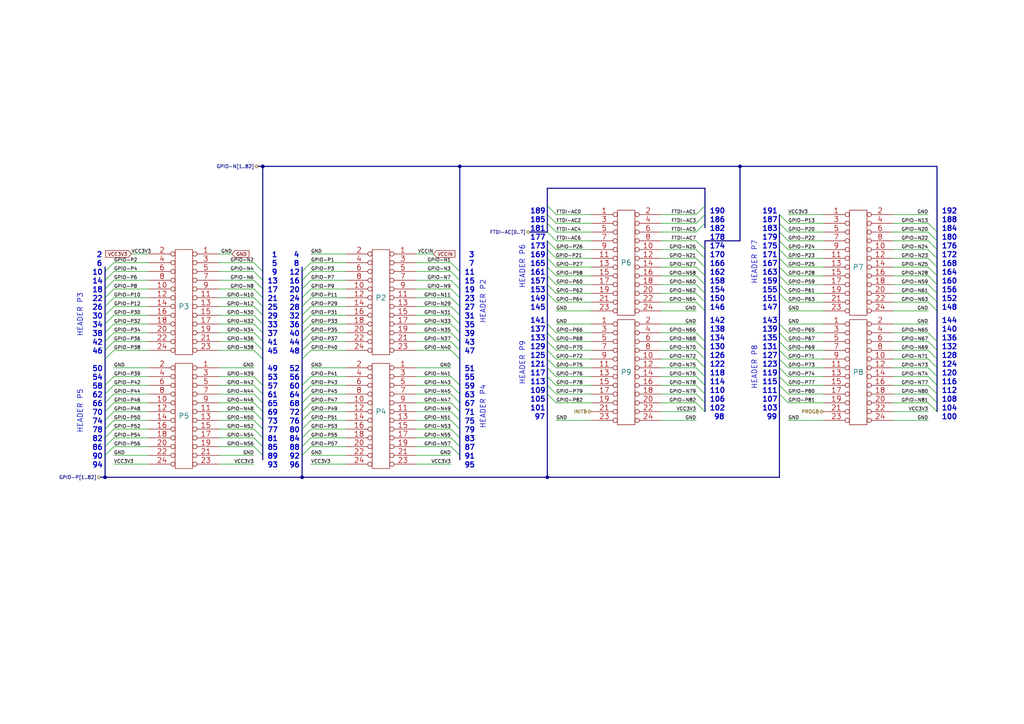
<source format=kicad_sch>
(kicad_sch (version 20250114) (generator "eeschema") (generator_version "9.0")
  (paper "A4")
  (title_block (title "SATURN SPARTAN6 FPGA MODULE") (date "15 apr 2014") (company "Numato Lab") (comment 1 "http://www.numato.com") (comment 2 "License: CC BY-SA"))
  (text "141" (at 153.67 93.98 0) (effects (font (size 1.4986 1.4986) (thickness 0.2997) (bold yes)) (justify left bottom)))
  (text "129" (at 153.67 101.6 0) (effects (font (size 1.4986 1.4986) (thickness 0.2997) (bold yes)) (justify left bottom)))
  (text "54" (at 26.67 110.49 0) (effects (font (size 1.4986 1.4986) (thickness 0.2997) (bold yes)) (justify left bottom)))
  (text "50" (at 26.67 107.95 0) (effects (font (size 1.4986 1.4986) (thickness 0.2997) (bold yes)) (justify left bottom)))
  (text "97" (at 154.94 121.92 0) (effects (font (size 1.4986 1.4986) (thickness 0.2997) (bold yes)) (justify left bottom)))
  (text "132" (at 273.05 101.6 0) (effects (font (size 1.4986 1.4986) (thickness 0.2997) (bold yes)) (justify left bottom)))
  (text "116" (at 273.05 111.76 0) (effects (font (size 1.4986 1.4986) (thickness 0.2997) (bold yes)) (justify left bottom)))
  (text "112" (at 273.05 114.3 0) (effects (font (size 1.4986 1.4986) (thickness 0.2997) (bold yes)) (justify left bottom)))
  (text "98" (at 207.01 121.92 0) (effects (font (size 1.4986 1.4986) (thickness 0.2997) (bold yes)) (justify left bottom)))
  (text "184" (at 273.05 67.31 0) (effects (font (size 1.4986 1.4986) (thickness 0.2997) (bold yes)) (justify left bottom)))
  (text "150" (at 205.74 87.63 0) (effects (font (size 1.4986 1.4986) (thickness 0.2997) (bold yes)) (justify left bottom)))
  (text "49" (at 77.47 107.95 0) (effects (font (size 1.4986 1.4986) (thickness 0.2997) (bold yes)) (justify left bottom)))
  (text "187" (at 220.98 64.77 0) (effects (font (size 1.4986 1.4986) (thickness 0.2997) (bold yes)) (justify left bottom)))
  (text "36" (at 83.82 95.25 0) (effects (font (size 1.4986 1.4986) (thickness 0.2997) (bold yes)) (justify left bottom)))
  (text "22" (at 26.67 87.63 0) (effects (font (size 1.4986 1.4986) (thickness 0.2997) (bold yes)) (justify left bottom)))
  (text "66" (at 26.67 118.11 0) (effects (font (size 1.4986 1.4986) (thickness 0.2997) (bold yes)) (justify left bottom)))
  (text "139" (at 220.98 96.52 0) (effects (font (size 1.4986 1.4986) (thickness 0.2997) (bold yes)) (justify left bottom)))
  (text "115" (at 220.98 111.76 0) (effects (font (size 1.4986 1.4986) (thickness 0.2997) (bold yes)) (justify left bottom)))
  (text "100" (at 273.05 121.92 0) (effects (font (size 1.4986 1.4986) (thickness 0.2997) (bold yes)) (justify left bottom)))
  (text "56" (at 83.82 110.49 0) (effects (font (size 1.4986 1.4986) (thickness 0.2997) (bold yes)) (justify left bottom)))
  (text "127" (at 220.98 104.14 0) (effects (font (size 1.4986 1.4986) (thickness 0.2997) (bold yes)) (justify left bottom)))
  (text "111" (at 220.98 114.3 0) (effects (font (size 1.4986 1.4986) (thickness 0.2997) (bold yes)) (justify left bottom)))
  (text "179" (at 220.98 69.85 0) (effects (font (size 1.4986 1.4986) (thickness 0.2997) (bold yes)) (justify left bottom)))
  (text "10" (at 26.67 80.01 0) (effects (font (size 1.4986 1.4986) (thickness 0.2997) (bold yes)) (justify left bottom)))
  (text "120" (at 273.05 109.22 0) (effects (font (size 1.4986 1.4986) (thickness 0.2997) (bold yes)) (justify left bottom)))
  (text "68" (at 83.82 118.11 0) (effects (font (size 1.4986 1.4986) (thickness 0.2997) (bold yes)) (justify left bottom)))
  (text "29" (at 77.47 92.71 0) (effects (font (size 1.4986 1.4986) (thickness 0.2997) (bold yes)) (justify left bottom)))
  (text "20" (at 83.82 85.09 0) (effects (font (size 1.4986 1.4986) (thickness 0.2997) (bold yes)) (justify left bottom)))
  (text "175" (at 220.98 72.39 0) (effects (font (size 1.4986 1.4986) (thickness 0.2997) (bold yes)) (justify left bottom)))
  (text "4" (at 85.09 74.93 0) (effects (font (size 1.4986 1.4986) (thickness 0.2997) (bold yes)) (justify left bottom)))
  (text "42" (at 26.67 100.33 0) (effects (font (size 1.4986 1.4986) (thickness 0.2997) (bold yes)) (justify left bottom)))
  (text "183" (at 220.98 67.31 0) (effects (font (size 1.4986 1.4986) (thickness 0.2997) (bold yes)) (justify left bottom)))
  (text "2" (at 27.94 74.93 0) (effects (font (size 1.4986 1.4986) (thickness 0.2997) (bold yes)) (justify left bottom)))
  (text "180" (at 273.05 69.85 0) (effects (font (size 1.4986 1.4986) (thickness 0.2997) (bold yes)) (justify left bottom)))
  (text "162" (at 205.74 80.01 0) (effects (font (size 1.4986 1.4986) (thickness 0.2997) (bold yes)) (justify left bottom)))
  (text "154" (at 205.74 85.09 0) (effects (font (size 1.4986 1.4986) (thickness 0.2997) (bold yes)) (justify left bottom)))
  (text "7" (at 135.89 77.47 0) (effects (font (size 1.4986 1.4986) (thickness 0.2997) (bold yes)) (justify left bottom)))
  (text "134" (at 205.74 99.06 0) (effects (font (size 1.4986 1.4986) (thickness 0.2997) (bold yes)) (justify left bottom)))
  (text "192" (at 273.05 62.23 0) (effects (font (size 1.4986 1.4986) (thickness 0.2997) (bold yes)) (justify left bottom)))
  (text "71" (at 134.62 120.65 0) (effects (font (size 1.4986 1.4986) (thickness 0.2997) (bold yes)) (justify left bottom)))
  (text "45" (at 77.47 102.87 0) (effects (font (size 1.4986 1.4986) (thickness 0.2997) (bold yes)) (justify left bottom)))
  (text "157" (at 153.67 82.55 0) (effects (font (size 1.4986 1.4986) (thickness 0.2997) (bold yes)) (justify left bottom)))
  (text "155" (at 220.98 85.09 0) (effects (font (size 1.4986 1.4986) (thickness 0.2997) (bold yes)) (justify left bottom)))
  (text "75" (at 134.62 123.19 0) (effects (font (size 1.4986 1.4986) (thickness 0.2997) (bold yes)) (justify left bottom)))
  (text "14" (at 26.67 82.55 0) (effects (font (size 1.4986 1.4986) (thickness 0.2997) (bold yes)) (justify left bottom)))
  (text "26" (at 26.67 90.17 0) (effects (font (size 1.4986 1.4986) (thickness 0.2997) (bold yes)) (justify left bottom)))
  (text "113" (at 153.67 111.76 0) (effects (font (size 1.4986 1.4986) (thickness 0.2997) (bold yes)) (justify left bottom)))
  (text "101" (at 153.67 119.38 0) (effects (font (size 1.4986 1.4986) (thickness 0.2997) (bold yes)) (justify left bottom)))
  (text "148" (at 273.05 90.17 0) (effects (font (size 1.4986 1.4986) (thickness 0.2997) (bold yes)) (justify left bottom)))
  (text "81" (at 77.47 128.27 0) (effects (font (size 1.4986 1.4986) (thickness 0.2997) (bold yes)) (justify left bottom)))
  (text "93" (at 77.47 135.89 0) (effects (font (size 1.4986 1.4986) (thickness 0.2997) (bold yes)) (justify left bottom)))
  (text "105" (at 153.67 116.84 0) (effects (font (size 1.4986 1.4986) (thickness 0.2997) (bold yes)) (justify left bottom)))
  (text "HEADER P7" (at 219.71 82.55 90) (effects (font (size 1.4986 1.4986)) (justify left bottom)))
  (text "94" (at 26.67 135.89 0) (effects (font (size 1.4986 1.4986) (thickness 0.2997) (bold yes)) (justify left bottom)))
  (text "128" (at 273.05 104.14 0) (effects (font (size 1.4986 1.4986) (thickness 0.2997) (bold yes)) (justify left bottom)))
  (text "176" (at 273.05 72.39 0) (effects (font (size 1.4986 1.4986) (thickness 0.2997) (bold yes)) (justify left bottom)))
  (text "89" (at 77.47 133.35 0) (effects (font (size 1.4986 1.4986) (thickness 0.2997) (bold yes)) (justify left bottom)))
  (text "189" (at 153.67 62.23 0) (effects (font (size 1.4986 1.4986) (thickness 0.2997) (bold yes)) (justify left bottom)))
  (text "163" (at 220.98 80.01 0) (effects (font (size 1.4986 1.4986) (thickness 0.2997) (bold yes)) (justify left bottom)))
  (text "107" (at 220.98 116.84 0) (effects (font (size 1.4986 1.4986) (thickness 0.2997) (bold yes)) (justify left bottom)))
  (text "27" (at 134.62 90.17 0) (effects (font (size 1.4986 1.4986) (thickness 0.2997) (bold yes)) (justify left bottom)))
  (text "91" (at 134.62 133.35 0) (effects (font (size 1.4986 1.4986) (thickness 0.2997) (bold yes)) (justify left bottom)))
  (text "143" (at 220.98 93.98 0) (effects (font (size 1.4986 1.4986) (thickness 0.2997) (bold yes)) (justify left bottom)))
  (text "19" (at 134.62 85.09 0) (effects (font (size 1.4986 1.4986) (thickness 0.2997) (bold yes)) (justify left bottom)))
  (text "67" (at 134.62 118.11 0) (effects (font (size 1.4986 1.4986) (thickness 0.2997) (bold yes)) (justify left bottom)))
  (text "123" (at 220.98 106.68 0) (effects (font (size 1.4986 1.4986) (thickness 0.2997) (bold yes)) (justify left bottom)))
  (text "174" (at 205.74 72.39 0) (effects (font (size 1.4986 1.4986) (thickness 0.2997) (bold yes)) (justify left bottom)))
  (text "HEADER P9" (at 152.4 111.76 90) (effects (font (size 1.4986 1.4986)) (justify left bottom)))
  (text "190" (at 205.74 62.23 0) (effects (font (size 1.4986 1.4986) (thickness 0.2997) (bold yes)) (justify left bottom)))
  (text "84" (at 83.82 128.27 0) (effects (font (size 1.4986 1.4986) (thickness 0.2997) (bold yes)) (justify left bottom)))
  (text "104" (at 273.05 119.38 0) (effects (font (size 1.4986 1.4986) (thickness 0.2997) (bold yes)) (justify left bottom)))
  (text "25" (at 77.47 90.17 0) (effects (font (size 1.4986 1.4986) (thickness 0.2997) (bold yes)) (justify left bottom)))
  (text "64" (at 83.82 115.57 0) (effects (font (size 1.4986 1.4986) (thickness 0.2997) (bold yes)) (justify left bottom)))
  (text "168" (at 273.05 77.47 0) (effects (font (size 1.4986 1.4986) (thickness 0.2997) (bold yes)) (justify left bottom)))
  (text "HEADER P3" (at 24.13 97.79 90) (effects (font (size 1.4986 1.4986)) (justify left bottom)))
  (text "191" (at 220.98 62.23 0) (effects (font (size 1.4986 1.4986) (thickness 0.2997) (bold yes)) (justify left bottom)))
  (text "186" (at 205.74 64.77 0) (effects (font (size 1.4986 1.4986) (thickness 0.2997) (bold yes)) (justify left bottom)))
  (text "51" (at 134.62 107.95 0) (effects (font (size 1.4986 1.4986) (thickness 0.2997) (bold yes)) (justify left bottom)))
  (text "44" (at 83.82 100.33 0) (effects (font (size 1.4986 1.4986) (thickness 0.2997) (bold yes)) (justify left bottom)))
  (text "37" (at 77.47 97.79 0) (effects (font (size 1.4986 1.4986) (thickness 0.2997) (bold yes)) (justify left bottom)))
  (text "HEADER P2" (at 140.97 93.98 90) (effects (font (size 1.4986 1.4986)) (justify left bottom)))
  (text "38" (at 26.67 97.79 0) (effects (font (size 1.4986 1.4986) (thickness 0.2997) (bold yes)) (justify left bottom)))
  (text "40" (at 83.82 97.79 0) (effects (font (size 1.4986 1.4986) (thickness 0.2997) (bold yes)) (justify left bottom)))
  (text "159" (at 220.98 82.55 0) (effects (font (size 1.4986 1.4986) (thickness 0.2997) (bold yes)) (justify left bottom)))
  (text "60" (at 83.82 113.03 0) (effects (font (size 1.4986 1.4986) (thickness 0.2997) (bold yes)) (justify left bottom)))
  (text "46" (at 26.67 102.87 0) (effects (font (size 1.4986 1.4986) (thickness 0.2997) (bold yes)) (justify left bottom)))
  (text "160" (at 273.05 82.55 0) (effects (font (size 1.4986 1.4986) (thickness 0.2997) (bold yes)) (justify left bottom)))
  (text "138" (at 205.74 96.52 0) (effects (font (size 1.4986 1.4986) (thickness 0.2997) (bold yes)) (justify left bottom)))
  (text "13" (at 77.47 82.55 0) (effects (font (size 1.4986 1.4986) (thickness 0.2997) (bold yes)) (justify left bottom)))
  (text "135" (at 220.98 99.06 0) (effects (font (size 1.4986 1.4986) (thickness 0.2997) (bold yes)) (justify left bottom)))
  (text "119" (at 220.98 109.22 0) (effects (font (size 1.4986 1.4986) (thickness 0.2997) (bold yes)) (justify left bottom)))
  (text "77" (at 77.47 125.73 0) (effects (font (size 1.4986 1.4986) (thickness 0.2997) (bold yes)) (justify left bottom)))
  (text "185" (at 153.67 64.77 0) (effects (font (size 1.4986 1.4986) (thickness 0.2997) (bold yes)) (justify left bottom)))
  (text "109" (at 153.67 114.3 0) (effects (font (size 1.4986 1.4986) (thickness 0.2997) (bold yes)) (justify left bottom)))
  (text "90" (at 26.67 133.35 0) (effects (font (size 1.4986 1.4986) (thickness 0.2997) (bold yes)) (justify left bottom)))
  (text "33" (at 77.47 95.25 0) (effects (font (size 1.4986 1.4986) (thickness 0.2997) (bold yes)) (justify left bottom)))
  (text "70" (at 26.67 120.65 0) (effects (font (size 1.4986 1.4986) (thickness 0.2997) (bold yes)) (justify left bottom)))
  (text "125" (at 153.67 104.14 0) (effects (font (size 1.4986 1.4986) (thickness 0.2997) (bold yes)) (justify left bottom)))
  (text "103" (at 220.98 119.38 0) (effects (font (size 1.4986 1.4986) (thickness 0.2997) (bold yes)) (justify left bottom)))
  (text "124" (at 273.05 106.68 0) (effects (font (size 1.4986 1.4986) (thickness 0.2997) (bold yes)) (justify left bottom)))
  (text "61" (at 77.47 115.57 0) (effects (font (size 1.4986 1.4986) (thickness 0.2997) (bold yes)) (justify left bottom)))
  (text "HEADER P8" (at 219.71 113.03 90) (effects (font (size 1.4986 1.4986)) (justify left bottom)))
  (text "74" (at 26.67 123.19 0) (effects (font (size 1.4986 1.4986) (thickness 0.2997) (bold yes)) (justify left bottom)))
  (text "32" (at 83.82 92.71 0) (effects (font (size 1.4986 1.4986) (thickness 0.2997) (bold yes)) (justify left bottom)))
  (text "146" (at 205.74 90.17 0) (effects (font (size 1.4986 1.4986) (thickness 0.2997) (bold yes)) (justify left bottom)))
  (text "12" (at 83.82 80.01 0) (effects (font (size 1.4986 1.4986) (thickness 0.2997) (bold yes)) (justify left bottom)))
  (text "30" (at 26.67 92.71 0) (effects (font (size 1.4986 1.4986) (thickness 0.2997) (bold yes)) (justify left bottom)))
  (text "117" (at 153.67 109.22 0) (effects (font (size 1.4986 1.4986) (thickness 0.2997) (bold yes)) (justify left bottom)))
  (text "11" (at 134.62 80.01 0) (effects (font (size 1.4986 1.4986) (thickness 0.2997) (bold yes)) (justify left bottom)))
  (text "92" (at 83.82 133.35 0) (effects (font (size 1.4986 1.4986) (thickness 0.2997) (bold yes)) (justify left bottom)))
  (text "173" (at 153.67 72.39 0) (effects (font (size 1.4986 1.4986) (thickness 0.2997) (bold yes)) (justify left bottom)))
  (text "55" (at 134.62 110.49 0) (effects (font (size 1.4986 1.4986) (thickness 0.2997) (bold yes)) (justify left bottom)))
  (text "76" (at 83.82 123.19 0) (effects (font (size 1.4986 1.4986) (thickness 0.2997) (bold yes)) (justify left bottom)))
  (text "145" (at 153.67 90.17 0) (effects (font (size 1.4986 1.4986) (thickness 0.2997) (bold yes)) (justify left bottom)))
  (text "3" (at 135.89 74.93 0) (effects (font (size 1.4986 1.4986) (thickness 0.2997) (bold yes)) (justify left bottom)))
  (text "57" (at 77.47 113.03 0) (effects (font (size 1.4986 1.4986) (thickness 0.2997) (bold yes)) (justify left bottom)))
  (text "43" (at 134.62 100.33 0) (effects (font (size 1.4986 1.4986) (thickness 0.2997) (bold yes)) (justify left bottom)))
  (text "8" (at 85.09 77.47 0) (effects (font (size 1.4986 1.4986) (thickness 0.2997) (bold yes)) (justify left bottom)))
  (text "161" (at 153.67 80.01 0) (effects (font (size 1.4986 1.4986) (thickness 0.2997) (bold yes)) (justify left bottom)))
  (text "34" (at 26.67 95.25 0) (effects (font (size 1.4986 1.4986) (thickness 0.2997) (bold yes)) (justify left bottom)))
  (text "149" (at 153.67 87.63 0) (effects (font (size 1.4986 1.4986) (thickness 0.2997) (bold yes)) (justify left bottom)))
  (text "158" (at 205.74 82.55 0) (effects (font (size 1.4986 1.4986) (thickness 0.2997) (bold yes)) (justify left bottom)))
  (text "137" (at 153.67 96.52 0) (effects (font (size 1.4986 1.4986) (thickness 0.2997) (bold yes)) (justify left bottom)))
  (text "82" (at 26.67 128.27 0) (effects (font (size 1.4986 1.4986) (thickness 0.2997) (bold yes)) (justify left bottom)))
  (text "99" (at 222.25 121.92 0) (effects (font (size 1.4986 1.4986) (thickness 0.2997) (bold yes)) (justify left bottom)))
  (text "80" (at 83.82 125.73 0) (effects (font (size 1.4986 1.4986) (thickness 0.2997) (bold yes)) (justify left bottom)))
  (text "16" (at 83.82 82.55 0) (effects (font (size 1.4986 1.4986) (thickness 0.2997) (bold yes)) (justify left bottom)))
  (text "39" (at 134.62 97.79 0) (effects (font (size 1.4986 1.4986) (thickness 0.2997) (bold yes)) (justify left bottom)))
  (text "164" (at 273.05 80.01 0) (effects (font (size 1.4986 1.4986) (thickness 0.2997) (bold yes)) (justify left bottom)))
  (text "73" (at 77.47 123.19 0) (effects (font (size 1.4986 1.4986) (thickness 0.2997) (bold yes)) (justify left bottom)))
  (text "152" (at 273.05 87.63 0) (effects (font (size 1.4986 1.4986) (thickness 0.2997) (bold yes)) (justify left bottom)))
  (text "23" (at 134.62 87.63 0) (effects (font (size 1.4986 1.4986) (thickness 0.2997) (bold yes)) (justify left bottom)))
  (text "133" (at 153.67 99.06 0) (effects (font (size 1.4986 1.4986) (thickness 0.2997) (bold yes)) (justify left bottom)))
  (text "108" (at 273.05 116.84 0) (effects (font (size 1.4986 1.4986) (thickness 0.2997) (bold yes)) (justify left bottom)))
  (text "48" (at 83.82 102.87 0) (effects (font (size 1.4986 1.4986) (thickness 0.2997) (bold yes)) (justify left bottom)))
  (text "6" (at 27.94 77.47 0) (effects (font (size 1.4986 1.4986) (thickness 0.2997) (bold yes)) (justify left bottom)))
  (text "69" (at 77.47 120.65 0) (effects (font (size 1.4986 1.4986) (thickness 0.2997) (bold yes)) (justify left bottom)))
  (text "31" (at 134.62 92.71 0) (effects (font (size 1.4986 1.4986) (thickness 0.2997) (bold yes)) (justify left bottom)))
  (text "114" (at 205.74 111.76 0) (effects (font (size 1.4986 1.4986) (thickness 0.2997) (bold yes)) (justify left bottom)))
  (text "118" (at 205.74 109.22 0) (effects (font (size 1.4986 1.4986) (thickness 0.2997) (bold yes)) (justify left bottom)))
  (text "151" (at 220.98 87.63 0) (effects (font (size 1.4986 1.4986) (thickness 0.2997) (bold yes)) (justify left bottom)))
  (text "65" (at 77.47 118.11 0) (effects (font (size 1.4986 1.4986) (thickness 0.2997) (bold yes)) (justify left bottom)))
  (text "5" (at 78.74 77.47 0) (effects (font (size 1.4986 1.4986) (thickness 0.2997) (bold yes)) (justify left bottom)))
  (text "15" (at 134.62 82.55 0) (effects (font (size 1.4986 1.4986) (thickness 0.2997) (bold yes)) (justify left bottom)))
  (text "62" (at 26.67 115.57 0) (effects (font (size 1.4986 1.4986) (thickness 0.2997) (bold yes)) (justify left bottom)))
  (text "156" (at 273.05 85.09 0) (effects (font (size 1.4986 1.4986) (thickness 0.2997) (bold yes)) (justify left bottom)))
  (text "9" (at 78.74 80.01 0) (effects (font (size 1.4986 1.4986) (thickness 0.2997) (bold yes)) (justify left bottom)))
  (text "24" (at 83.82 87.63 0) (effects (font (size 1.4986 1.4986) (thickness 0.2997) (bold yes)) (justify left bottom)))
  (text "HEADER P6" (at 152.4 83.82 90) (effects (font (size 1.4986 1.4986)) (justify left bottom)))
  (text "41" (at 77.47 100.33 0) (effects (font (size 1.4986 1.4986) (thickness 0.2997) (bold yes)) (justify left bottom)))
  (text "87" (at 134.62 130.81 0) (effects (font (size 1.4986 1.4986) (thickness 0.2997) (bold yes)) (justify left bottom)))
  (text "53" (at 77.47 110.49 0) (effects (font (size 1.4986 1.4986) (thickness 0.2997) (bold yes)) (justify left bottom)))
  (text "171" (at 220.98 74.93 0) (effects (font (size 1.4986 1.4986) (thickness 0.2997) (bold yes)) (justify left bottom)))
  (text "63" (at 134.62 115.57 0) (effects (font (size 1.4986 1.4986) (thickness 0.2997) (bold yes)) (justify left bottom)))
  (text "HEADER P5" (at 24.13 125.73 90) (effects (font (size 1.4986 1.4986)) (justify left bottom)))
  (text "136" (at 273.05 99.06 0) (effects (font (size 1.4986 1.4986) (thickness 0.2997) (bold yes)) (justify left bottom)))
  (text "130" (at 205.74 101.6 0) (effects (font (size 1.4986 1.4986) (thickness 0.2997) (bold yes)) (justify left bottom)))
  (text "78" (at 26.67 125.73 0) (effects (font (size 1.4986 1.4986) (thickness 0.2997) (bold yes)) (justify left bottom)))
  (text "167" (at 220.98 77.47 0) (effects (font (size 1.4986 1.4986) (thickness 0.2997) (bold yes)) (justify left bottom)))
  (text "131" (at 220.98 101.6 0) (effects (font (size 1.4986 1.4986) (thickness 0.2997) (bold yes)) (justify left bottom)))
  (text "102" (at 205.74 119.38 0) (effects (font (size 1.4986 1.4986) (thickness 0.2997) (bold yes)) (justify left bottom)))
  (text "28" (at 83.82 90.17 0) (effects (font (size 1.4986 1.4986) (thickness 0.2997) (bold yes)) (justify left bottom)))
  (text "110" (at 205.74 114.3 0) (effects (font (size 1.4986 1.4986) (thickness 0.2997) (bold yes)) (justify left bottom)))
  (text "52" (at 83.82 107.95 0) (effects (font (size 1.4986 1.4986) (thickness 0.2997) (bold yes)) (justify left bottom)))
  (text "58" (at 26.67 113.03 0) (effects (font (size 1.4986 1.4986) (thickness 0.2997) (bold yes)) (justify left bottom)))
  (text "165" (at 153.67 77.47 0) (effects (font (size 1.4986 1.4986) (thickness 0.2997) (bold yes)) (justify left bottom)))
  (text "169" (at 153.67 74.93 0) (effects (font (size 1.4986 1.4986) (thickness 0.2997) (bold yes)) (justify left bottom)))
  (text "122" (at 205.74 106.68 0) (effects (font (size 1.4986 1.4986) (thickness 0.2997) (bold yes)) (justify left bottom)))
  (text "144" (at 273.05 93.98 0) (effects (font (size 1.4986 1.4986) (thickness 0.2997) (bold yes)) (justify left bottom)))
  (text "96" (at 83.82 135.89 0) (effects (font (size 1.4986 1.4986) (thickness 0.2997) (bold yes)) (justify left bottom)))
  (text "181" (at 153.67 67.31 0) (effects (font (size 1.4986 1.4986) (thickness 0.2997) (bold yes)) (justify left bottom)))
  (text "79" (at 134.62 125.73 0) (effects (font (size 1.4986 1.4986) (thickness 0.2997) (bold yes)) (justify left bottom)))
  (text "35" (at 134.62 95.25 0) (effects (font (size 1.4986 1.4986) (thickness 0.2997) (bold yes)) (justify left bottom)))
  (text "106" (at 205.74 116.84 0) (effects (font (size 1.4986 1.4986) (thickness 0.2997) (bold yes)) (justify left bottom)))
  (text "88" (at 83.82 130.81 0) (effects (font (size 1.4986 1.4986) (thickness 0.2997) (bold yes)) (justify left bottom)))
  (text "142" (at 205.74 93.98 0) (effects (font (size 1.4986 1.4986) (thickness 0.2997) (bold yes)) (justify left bottom)))
  (text "85" (at 77.47 130.81 0) (effects (font (size 1.4986 1.4986) (thickness 0.2997) (bold yes)) (justify left bottom)))
  (text "17" (at 77.47 85.09 0) (effects (font (size 1.4986 1.4986) (thickness 0.2997) (bold yes)) (justify left bottom)))
  (text "18" (at 26.67 85.09 0) (effects (font (size 1.4986 1.4986) (thickness 0.2997) (bold yes)) (justify left bottom)))
  (text "86" (at 26.67 130.81 0) (effects (font (size 1.4986 1.4986) (thickness 0.2997) (bold yes)) (justify left bottom)))
  (text "147" (at 220.98 90.17 0) (effects (font (size 1.4986 1.4986) (thickness 0.2997) (bold yes)) (justify left bottom)))
  (text "188" (at 273.05 64.77 0) (effects (font (size 1.4986 1.4986) (thickness 0.2997) (bold yes)) (justify left bottom)))
  (text "177" (at 153.67 69.85 0) (effects (font (size 1.4986 1.4986) (thickness 0.2997) (bold yes)) (justify left bottom)))
  (text "HEADER P4" (at 140.97 124.46 90) (effects (font (size 1.4986 1.4986)) (justify left bottom)))
  (text "166" (at 205.74 77.47 0) (effects (font (size 1.4986 1.4986) (thickness 0.2997) (bold yes)) (justify left bottom)))
  (text "121" (at 153.67 106.68 0) (effects (font (size 1.4986 1.4986) (thickness 0.2997) (bold yes)) (justify left bottom)))
  (text "140" (at 273.05 96.52 0) (effects (font (size 1.4986 1.4986) (thickness 0.2997) (bold yes)) (justify left bottom)))
  (text "47" (at 134.62 102.87 0) (effects (font (size 1.4986 1.4986) (thickness 0.2997) (bold yes)) (justify left bottom)))
  (text "95" (at 134.62 135.89 0) (effects (font (size 1.4986 1.4986) (thickness 0.2997) (bold yes)) (justify left bottom)))
  (text "1" (at 78.74 74.93 0) (effects (font (size 1.4986 1.4986) (thickness 0.2997) (bold yes)) (justify left bottom)))
  (text "153" (at 153.67 85.09 0) (effects (font (size 1.4986 1.4986) (thickness 0.2997) (bold yes)) (justify left bottom)))
  (text "126" (at 205.74 104.14 0) (effects (font (size 1.4986 1.4986) (thickness 0.2997) (bold yes)) (justify left bottom)))
  (text "178" (at 205.74 69.85 0) (effects (font (size 1.4986 1.4986) (thickness 0.2997) (bold yes)) (justify left bottom)))
  (text "59" (at 134.62 113.03 0) (effects (font (size 1.4986 1.4986) (thickness 0.2997) (bold yes)) (justify left bottom)))
  (text "83" (at 134.62 128.27 0) (effects (font (size 1.4986 1.4986) (thickness 0.2997) (bold yes)) (justify left bottom)))
  (text "21" (at 77.47 87.63 0) (effects (font (size 1.4986 1.4986) (thickness 0.2997) (bold yes)) (justify left bottom)))
  (text "182" (at 205.74 67.31 0) (effects (font (size 1.4986 1.4986) (thickness 0.2997) (bold yes)) (justify left bottom)))
  (text "72" (at 83.82 120.65 0) (effects (font (size 1.4986 1.4986) (thickness 0.2997) (bold yes)) (justify left bottom)))
  (text "172" (at 273.05 74.93 0) (effects (font (size 1.4986 1.4986) (thickness 0.2997) (bold yes)) (justify left bottom)))
  (text "170" (at 205.74 74.93 0) (effects (font (size 1.4986 1.4986) (thickness 0.2997) (bold yes)) (justify left bottom)))
  (junction (at 30.48 138.43))
  (junction (at 158.75 138.43))
  (junction (at 76.2 48.26))
  (junction (at 87.63 138.43))
  (junction (at 214.63 48.26))
  (junction (at 133.35 48.26))
  (bus_entry (at 158.75 106.68) (size 2.54 2.54))
  (bus_entry (at 87.63 129.54) (size 2.54 -2.54))
  (bus_entry (at 87.63 93.98) (size 2.54 -2.54))
  (bus_entry (at 130.81 114.3) (size 2.54 2.54))
  (bus_entry (at 226.06 101.6) (size 2.54 2.54))
  (bus_entry (at 87.63 83.82) (size 2.54 -2.54))
  (bus_entry (at 226.06 111.76) (size 2.54 2.54))
  (bus_entry (at 269.24 85.09) (size 2.54 2.54))
  (bus_entry (at 201.93 62.23) (size 2.54 -2.54))
  (bus_entry (at 87.63 78.74) (size 2.54 -2.54))
  (bus_entry (at 158.75 96.52) (size 2.54 2.54))
  (bus_entry (at 130.81 86.36) (size 2.54 2.54))
  (bus_entry (at 158.75 67.31) (size 2.54 2.54))
  (bus_entry (at 73.66 76.2) (size 2.54 2.54))
  (bus_entry (at 158.75 114.3) (size 2.54 2.54))
  (bus_entry (at 269.24 64.77) (size 2.54 2.54))
  (bus_entry (at 201.93 99.06) (size 2.54 2.54))
  (bus_entry (at 87.63 99.06) (size 2.54 -2.54))
  (bus_entry (at 201.93 69.85) (size 2.54 2.54))
  (bus_entry (at 201.93 101.6) (size 2.54 2.54))
  (bus_entry (at 30.48 119.38) (size 2.54 -2.54))
  (bus_entry (at 158.75 85.09) (size 2.54 2.54))
  (bus_entry (at 73.66 93.98) (size 2.54 2.54))
  (bus_entry (at 226.06 82.55) (size 2.54 2.54))
  (bus_entry (at 73.66 116.84) (size 2.54 2.54))
  (bus_entry (at 226.06 106.68) (size 2.54 2.54))
  (bus_entry (at 201.93 67.31) (size 2.54 -2.54))
  (bus_entry (at 201.93 116.84) (size 2.54 2.54))
  (bus_entry (at 269.24 111.76) (size 2.54 2.54))
  (bus_entry (at 158.75 111.76) (size 2.54 2.54))
  (bus_entry (at 130.81 78.74) (size 2.54 2.54))
  (bus_entry (at 87.63 91.44) (size 2.54 -2.54))
  (bus_entry (at 73.66 109.22) (size 2.54 2.54))
  (bus_entry (at 269.24 109.22) (size 2.54 2.54))
  (bus_entry (at 30.48 93.98) (size 2.54 -2.54))
  (bus_entry (at 30.48 114.3) (size 2.54 -2.54))
  (bus_entry (at 226.06 85.09) (size 2.54 2.54))
  (bus_entry (at 269.24 69.85) (size 2.54 2.54))
  (bus_entry (at 201.93 64.77) (size 2.54 -2.54))
  (bus_entry (at 87.63 86.36) (size 2.54 -2.54))
  (bus_entry (at 130.81 124.46) (size 2.54 2.54))
  (bus_entry (at 158.75 59.69) (size 2.54 2.54))
  (bus_entry (at 201.93 109.22) (size 2.54 2.54))
  (bus_entry (at 30.48 121.92) (size 2.54 -2.54))
  (bus_entry (at 30.48 116.84) (size 2.54 -2.54))
  (bus_entry (at 130.81 127) (size 2.54 2.54))
  (bus_entry (at 87.63 127) (size 2.54 -2.54))
  (bus_entry (at 130.81 99.06) (size 2.54 2.54))
  (bus_entry (at 30.48 124.46) (size 2.54 -2.54))
  (bus_entry (at 201.93 114.3) (size 2.54 2.54))
  (bus_entry (at 158.75 101.6) (size 2.54 2.54))
  (bus_entry (at 226.06 72.39) (size 2.54 2.54))
  (bus_entry (at 30.48 78.74) (size 2.54 -2.54))
  (bus_entry (at 201.93 104.14) (size 2.54 2.54))
  (bus_entry (at 269.24 106.68) (size 2.54 2.54))
  (bus_entry (at 158.75 72.39) (size 2.54 2.54))
  (bus_entry (at 269.24 96.52) (size 2.54 2.54))
  (bus_entry (at 226.06 74.93) (size 2.54 2.54))
  (bus_entry (at 201.93 96.52) (size 2.54 2.54))
  (bus_entry (at 73.66 86.36) (size 2.54 2.54))
  (bus_entry (at 73.66 96.52) (size 2.54 2.54))
  (bus_entry (at 30.48 91.44) (size 2.54 -2.54))
  (bus_entry (at 130.81 109.22) (size 2.54 2.54))
  (bus_entry (at 269.24 67.31) (size 2.54 2.54))
  (bus_entry (at 87.63 111.76) (size 2.54 -2.54))
  (bus_entry (at 130.81 81.28) (size 2.54 2.54))
  (bus_entry (at 158.75 62.23) (size 2.54 2.54))
  (bus_entry (at 269.24 99.06) (size 2.54 2.54))
  (bus_entry (at 30.48 104.14) (size 2.54 -2.54))
  (bus_entry (at 30.48 129.54) (size 2.54 -2.54))
  (bus_entry (at 130.81 91.44) (size 2.54 2.54))
  (bus_entry (at 201.93 82.55) (size 2.54 2.54))
  (bus_entry (at 130.81 101.6) (size 2.54 2.54))
  (bus_entry (at 158.75 74.93) (size 2.54 2.54))
  (bus_entry (at 201.93 87.63) (size 2.54 2.54))
  (bus_entry (at 73.66 124.46) (size 2.54 2.54))
  (bus_entry (at 158.75 109.22) (size 2.54 2.54))
  (bus_entry (at 87.63 114.3) (size 2.54 -2.54))
  (bus_entry (at 30.48 88.9) (size 2.54 -2.54))
  (bus_entry (at 73.66 121.92) (size 2.54 2.54))
  (bus_entry (at 269.24 101.6) (size 2.54 2.54))
  (bus_entry (at 30.48 127) (size 2.54 -2.54))
  (bus_entry (at 87.63 119.38) (size 2.54 -2.54))
  (bus_entry (at 158.75 64.77) (size 2.54 2.54))
  (bus_entry (at 73.66 101.6) (size 2.54 2.54))
  (bus_entry (at 73.66 83.82) (size 2.54 2.54))
  (bus_entry (at 130.81 111.76) (size 2.54 2.54))
  (bus_entry (at 269.24 82.55) (size 2.54 2.54))
  (bus_entry (at 30.48 83.82) (size 2.54 -2.54))
  (bus_entry (at 158.75 82.55) (size 2.54 2.54))
  (bus_entry (at 158.75 99.06) (size 2.54 2.54))
  (bus_entry (at 226.06 69.85) (size 2.54 2.54))
  (bus_entry (at 226.06 93.98) (size 2.54 2.54))
  (bus_entry (at 269.24 80.01) (size 2.54 2.54))
  (bus_entry (at 158.75 93.98) (size 2.54 2.54))
  (bus_entry (at 269.24 87.63) (size 2.54 2.54))
  (bus_entry (at 30.48 86.36) (size 2.54 -2.54))
  (bus_entry (at 30.48 132.08) (size 2.54 -2.54))
  (bus_entry (at 226.06 77.47) (size 2.54 2.54))
  (bus_entry (at 269.24 116.84) (size 2.54 2.54))
  (bus_entry (at 87.63 121.92) (size 2.54 -2.54))
  (bus_entry (at 158.75 69.85) (size 2.54 2.54))
  (bus_entry (at 269.24 72.39) (size 2.54 2.54))
  (bus_entry (at 73.66 119.38) (size 2.54 2.54))
  (bus_entry (at 73.66 99.06) (size 2.54 2.54))
  (bus_entry (at 73.66 88.9) (size 2.54 2.54))
  (bus_entry (at 73.66 81.28) (size 2.54 2.54))
  (bus_entry (at 158.75 80.01) (size 2.54 2.54))
  (bus_entry (at 226.06 99.06) (size 2.54 2.54))
  (bus_entry (at 130.81 119.38) (size 2.54 2.54))
  (bus_entry (at 201.93 85.09) (size 2.54 2.54))
  (bus_entry (at 130.81 129.54) (size 2.54 2.54))
  (bus_entry (at 226.06 109.22) (size 2.54 2.54))
  (bus_entry (at 269.24 114.3) (size 2.54 2.54))
  (bus_entry (at 130.81 96.52) (size 2.54 2.54))
  (bus_entry (at 73.66 78.74) (size 2.54 2.54))
  (bus_entry (at 158.75 77.47) (size 2.54 2.54))
  (bus_entry (at 158.75 104.14) (size 2.54 2.54))
  (bus_entry (at 226.06 114.3) (size 2.54 2.54))
  (bus_entry (at 226.06 96.52) (size 2.54 2.54))
  (bus_entry (at 226.06 64.77) (size 2.54 2.54))
  (bus_entry (at 226.06 67.31) (size 2.54 2.54))
  (bus_entry (at 201.93 80.01) (size 2.54 2.54))
  (bus_entry (at 30.48 101.6) (size 2.54 -2.54))
  (bus_entry (at 130.81 83.82) (size 2.54 2.54))
  (bus_entry (at 30.48 96.52) (size 2.54 -2.54))
  (bus_entry (at 130.81 121.92) (size 2.54 2.54))
  (bus_entry (at 30.48 99.06) (size 2.54 -2.54))
  (bus_entry (at 87.63 124.46) (size 2.54 -2.54))
  (bus_entry (at 201.93 74.93) (size 2.54 2.54))
  (bus_entry (at 226.06 104.14) (size 2.54 2.54))
  (bus_entry (at 30.48 111.76) (size 2.54 -2.54))
  (bus_entry (at 130.81 76.2) (size 2.54 2.54))
  (bus_entry (at 73.66 91.44) (size 2.54 2.54))
  (bus_entry (at 201.93 72.39) (size 2.54 2.54))
  (bus_entry (at 130.81 88.9) (size 2.54 2.54))
  (bus_entry (at 201.93 111.76) (size 2.54 2.54))
  (bus_entry (at 269.24 104.14) (size 2.54 2.54))
  (bus_entry (at 87.63 88.9) (size 2.54 -2.54))
  (bus_entry (at 73.66 114.3) (size 2.54 2.54))
  (bus_entry (at 130.81 116.84) (size 2.54 2.54))
  (bus_entry (at 201.93 106.68) (size 2.54 2.54))
  (bus_entry (at 30.48 81.28) (size 2.54 -2.54))
  (bus_entry (at 87.63 104.14) (size 2.54 -2.54))
  (bus_entry (at 201.93 77.47) (size 2.54 2.54))
  (bus_entry (at 226.06 80.01) (size 2.54 2.54))
  (bus_entry (at 73.66 129.54) (size 2.54 2.54))
  (bus_entry (at 269.24 74.93) (size 2.54 2.54))
  (bus_entry (at 226.06 62.23) (size 2.54 2.54))
  (bus_entry (at 269.24 77.47) (size 2.54 2.54))
  (bus_entry (at 73.66 127) (size 2.54 2.54))
  (bus_entry (at 87.63 132.08) (size 2.54 -2.54))
  (bus_entry (at 87.63 81.28) (size 2.54 -2.54))
  (bus_entry (at 130.81 93.98) (size 2.54 2.54))
  (bus_entry (at 87.63 96.52) (size 2.54 -2.54))
  (bus_entry (at 87.63 116.84) (size 2.54 -2.54))
  (bus_entry (at 73.66 111.76) (size 2.54 2.54))
  (bus_entry (at 87.63 101.6) (size 2.54 -2.54))
  (bus (pts (xy 30.48 116.84) (xy 30.48 119.38)))
  (wire (pts (xy 43.18 88.9) (xy 33.02 88.9)))
  (wire (pts (xy 43.18 119.38) (xy 33.02 119.38)))
  (wire (pts (xy 201.93 121.92) (xy 191.77 121.92)))
  (wire (pts (xy 43.18 91.44) (xy 33.02 91.44)))
  (wire (pts (xy 100.33 76.2) (xy 90.17 76.2)))
  (wire (pts (xy 73.66 109.22) (xy 63.5 109.22)))
  (wire (pts (xy 269.24 99.06) (xy 259.08 99.06)))
  (wire (pts (xy 201.93 72.39) (xy 191.77 72.39)))
  (bus (pts (xy 87.63 116.84) (xy 87.63 114.3)))
  (wire (pts (xy 171.45 109.22) (xy 161.29 109.22)))
  (bus (pts (xy 158.75 96.52) (xy 158.75 93.98)))
  (wire (pts (xy 43.18 106.68) (xy 33.02 106.68)))
  (wire (pts (xy 130.81 129.54) (xy 120.65 129.54)))
  (wire (pts (xy 43.18 109.22) (xy 33.02 109.22)))
  (wire (pts (xy 100.33 127) (xy 90.17 127)))
  (bus (pts (xy 204.47 72.39) (xy 204.47 69.85)))
  (wire (pts (xy 238.76 90.17) (xy 228.6 90.17)))
  (bus (pts (xy 76.2 99.06) (xy 76.2 101.6)))
  (wire (pts (xy 125.73 73.66) (xy 120.65 73.66)))
  (wire (pts (xy 269.24 72.39) (xy 259.08 72.39)))
  (bus (pts (xy 158.75 138.43) (xy 158.75 114.3)))
  (wire (pts (xy 130.81 114.3) (xy 120.65 114.3)))
  (bus (pts (xy 87.63 124.46) (xy 87.63 121.92)))
  (bus (pts (xy 76.2 83.82) (xy 76.2 86.36)))
  (bus (pts (xy 76.2 114.3) (xy 76.2 116.84)))
  (wire (pts (xy 171.45 101.6) (xy 161.29 101.6)))
  (wire (pts (xy 73.66 76.2) (xy 63.5 76.2)))
  (wire (pts (xy 269.24 74.93) (xy 259.08 74.93)))
  (wire (pts (xy 100.33 129.54) (xy 90.17 129.54)))
  (bus (pts (xy 87.63 138.43) (xy 158.75 138.43)))
  (bus (pts (xy 76.2 101.6) (xy 76.2 104.14)))
  (bus (pts (xy 133.35 129.54) (xy 133.35 132.08)))
  (bus (pts (xy 271.78 101.6) (xy 271.78 104.14)))
  (wire (pts (xy 100.33 132.08) (xy 90.17 132.08)))
  (bus (pts (xy 226.06 93.98) (xy 226.06 85.09)))
  (bus (pts (xy 74.93 48.26) (xy 76.2 48.26)))
  (bus (pts (xy 271.78 90.17) (xy 271.78 99.06)))
  (bus (pts (xy 158.75 99.06) (xy 158.75 96.52)))
  (bus (pts (xy 76.2 132.08) (xy 76.2 133.35)))
  (wire (pts (xy 201.93 67.31) (xy 191.77 67.31)))
  (bus (pts (xy 30.48 77.47) (xy 30.48 78.74)))
  (bus (pts (xy 271.78 106.68) (xy 271.78 109.22)))
  (wire (pts (xy 43.18 76.2) (xy 33.02 76.2)))
  (wire (pts (xy 43.18 81.28) (xy 33.02 81.28)))
  (wire (pts (xy 100.33 109.22) (xy 90.17 109.22)))
  (bus (pts (xy 133.35 114.3) (xy 133.35 116.84)))
  (bus (pts (xy 153.67 67.31) (xy 158.75 67.31)))
  (bus (pts (xy 76.2 91.44) (xy 76.2 93.98)))
  (bus (pts (xy 271.78 104.14) (xy 271.78 106.68)))
  (wire (pts (xy 43.18 73.66) (xy 38.1 73.66)))
  (bus (pts (xy 158.75 138.43) (xy 226.06 138.43)))
  (bus (pts (xy 87.63 91.44) (xy 87.63 88.9)))
  (bus (pts (xy 133.35 81.28) (xy 133.35 83.82)))
  (bus (pts (xy 76.2 129.54) (xy 76.2 132.08)))
  (wire (pts (xy 130.81 93.98) (xy 120.65 93.98)))
  (wire (pts (xy 269.24 119.38) (xy 259.08 119.38)))
  (bus (pts (xy 87.63 132.08) (xy 87.63 129.54)))
  (wire (pts (xy 130.81 91.44) (xy 120.65 91.44)))
  (bus (pts (xy 133.35 48.26) (xy 133.35 78.74)))
  (wire (pts (xy 171.45 72.39) (xy 161.29 72.39)))
  (bus (pts (xy 30.48 96.52) (xy 30.48 99.06)))
  (bus (pts (xy 30.48 138.43) (xy 87.63 138.43)))
  (bus (pts (xy 30.48 124.46) (xy 30.48 127)))
  (bus (pts (xy 204.47 59.69) (xy 204.47 62.23)))
  (wire (pts (xy 100.33 73.66) (xy 90.17 73.66)))
  (wire (pts (xy 43.18 116.84) (xy 33.02 116.84)))
  (bus (pts (xy 133.35 101.6) (xy 133.35 104.14)))
  (bus (pts (xy 76.2 119.38) (xy 76.2 121.92)))
  (bus (pts (xy 204.47 99.06) (xy 204.47 90.17)))
  (wire (pts (xy 269.24 90.17) (xy 259.08 90.17)))
  (bus (pts (xy 204.47 87.63) (xy 204.47 85.09)))
  (wire (pts (xy 43.18 86.36) (xy 33.02 86.36)))
  (wire (pts (xy 73.66 114.3) (xy 63.5 114.3)))
  (bus (pts (xy 30.48 93.98) (xy 30.48 96.52)))
  (wire (pts (xy 73.66 83.82) (xy 63.5 83.82)))
  (bus (pts (xy 133.35 93.98) (xy 133.35 96.52)))
  (wire (pts (xy 171.45 77.47) (xy 161.29 77.47)))
  (wire (pts (xy 171.45 99.06) (xy 161.29 99.06)))
  (wire (pts (xy 171.45 96.52) (xy 161.29 96.52)))
  (bus (pts (xy 87.63 104.14) (xy 87.63 101.6)))
  (wire (pts (xy 43.18 99.06) (xy 33.02 99.06)))
  (wire (pts (xy 73.66 129.54) (xy 63.5 129.54)))
  (bus (pts (xy 30.48 111.76) (xy 30.48 114.3)))
  (wire (pts (xy 100.33 116.84) (xy 90.17 116.84)))
  (wire (pts (xy 130.81 101.6) (xy 120.65 101.6)))
  (bus (pts (xy 226.06 109.22) (xy 226.06 106.68)))
  (bus (pts (xy 133.35 132.08) (xy 133.35 133.35)))
  (bus (pts (xy 158.75 72.39) (xy 158.75 69.85)))
  (wire (pts (xy 201.93 87.63) (xy 191.77 87.63)))
  (bus (pts (xy 158.75 101.6) (xy 158.75 99.06)))
  (bus (pts (xy 87.63 138.43) (xy 87.63 132.08)))
  (bus (pts (xy 204.47 106.68) (xy 204.47 104.14)))
  (bus (pts (xy 226.06 106.68) (xy 226.06 104.14)))
  (wire (pts (xy 100.33 86.36) (xy 90.17 86.36)))
  (bus (pts (xy 158.75 106.68) (xy 158.75 104.14)))
  (bus (pts (xy 271.78 116.84) (xy 271.78 119.38)))
  (wire (pts (xy 73.66 116.84) (xy 63.5 116.84)))
  (wire (pts (xy 130.81 96.52) (xy 120.65 96.52)))
  (bus (pts (xy 226.06 96.52) (xy 226.06 93.98)))
  (wire (pts (xy 238.76 67.31) (xy 228.6 67.31)))
  (bus (pts (xy 204.47 64.77) (xy 204.47 66.04)))
  (wire (pts (xy 269.24 62.23) (xy 259.08 62.23)))
  (bus (pts (xy 76.2 88.9) (xy 76.2 91.44)))
  (bus (pts (xy 87.63 114.3) (xy 87.63 111.76)))
  (bus (pts (xy 30.48 101.6) (xy 30.48 104.14)))
  (wire (pts (xy 201.93 80.01) (xy 191.77 80.01)))
  (bus (pts (xy 133.35 119.38) (xy 133.35 121.92)))
  (wire (pts (xy 73.66 99.06) (xy 63.5 99.06)))
  (wire (pts (xy 269.24 93.98) (xy 259.08 93.98)))
  (bus (pts (xy 30.48 86.36) (xy 30.48 88.9)))
  (bus (pts (xy 226.06 85.09) (xy 226.06 82.55)))
  (wire (pts (xy 43.18 114.3) (xy 33.02 114.3)))
  (wire (pts (xy 100.33 93.98) (xy 90.17 93.98)))
  (wire (pts (xy 73.66 81.28) (xy 63.5 81.28)))
  (bus (pts (xy 87.63 78.74) (xy 87.63 77.47)))
  (wire (pts (xy 43.18 78.74) (xy 33.02 78.74)))
  (bus (pts (xy 133.35 48.26) (xy 214.63 48.26)))
  (bus (pts (xy 204.47 114.3) (xy 204.47 111.76)))
  (bus (pts (xy 30.48 129.54) (xy 30.48 132.08)))
  (bus (pts (xy 133.35 111.76) (xy 133.35 114.3)))
  (wire (pts (xy 100.33 111.76) (xy 90.17 111.76)))
  (wire (pts (xy 67.31 73.66) (xy 63.5 73.66)))
  (bus (pts (xy 87.63 99.06) (xy 87.63 96.52)))
  (wire (pts (xy 100.33 101.6) (xy 90.17 101.6)))
  (wire (pts (xy 73.66 93.98) (xy 63.5 93.98)))
  (wire (pts (xy 269.24 104.14) (xy 259.08 104.14)))
  (bus (pts (xy 133.35 104.14) (xy 133.35 111.76)))
  (wire (pts (xy 130.81 78.74) (xy 120.65 78.74)))
  (bus (pts (xy 30.48 78.74) (xy 30.48 81.28)))
  (wire (pts (xy 269.24 77.47) (xy 259.08 77.47)))
  (bus (pts (xy 30.48 132.08) (xy 30.48 138.43)))
  (bus (pts (xy 226.06 104.14) (xy 226.06 101.6)))
  (bus (pts (xy 30.48 104.14) (xy 30.48 111.76)))
  (wire (pts (xy 130.81 99.06) (xy 120.65 99.06)))
  (wire (pts (xy 73.66 134.62) (xy 63.5 134.62)))
  (bus (pts (xy 158.75 74.93) (xy 158.75 72.39)))
  (bus (pts (xy 76.2 86.36) (xy 76.2 88.9)))
  (wire (pts (xy 43.18 129.54) (xy 33.02 129.54)))
  (wire (pts (xy 238.76 87.63) (xy 228.6 87.63)))
  (bus (pts (xy 133.35 116.84) (xy 133.35 119.38)))
  (bus (pts (xy 76.2 116.84) (xy 76.2 119.38)))
  (bus (pts (xy 87.63 119.38) (xy 87.63 116.84)))
  (bus (pts (xy 204.47 90.17) (xy 204.47 87.63)))
  (bus (pts (xy 76.2 96.52) (xy 76.2 99.06)))
  (wire (pts (xy 238.76 93.98) (xy 228.6 93.98)))
  (bus (pts (xy 133.35 86.36) (xy 133.35 88.9)))
  (wire (pts (xy 269.24 67.31) (xy 259.08 67.31)))
  (bus (pts (xy 271.78 109.22) (xy 271.78 111.76)))
  (wire (pts (xy 171.45 93.98) (xy 161.29 93.98)))
  (wire (pts (xy 238.76 64.77) (xy 228.6 64.77)))
  (bus (pts (xy 226.06 77.47) (xy 226.06 74.93)))
  (wire (pts (xy 269.24 87.63) (xy 259.08 87.63)))
  (wire (pts (xy 201.93 114.3) (xy 191.77 114.3)))
  (bus (pts (xy 271.78 111.76) (xy 271.78 114.3)))
  (wire (pts (xy 269.24 85.09) (xy 259.08 85.09)))
  (wire (pts (xy 130.81 119.38) (xy 120.65 119.38)))
  (wire (pts (xy 171.45 87.63) (xy 161.29 87.63)))
  (wire (pts (xy 130.81 111.76) (xy 120.65 111.76)))
  (bus (pts (xy 76.2 78.74) (xy 76.2 81.28)))
  (bus (pts (xy 133.35 88.9) (xy 133.35 91.44)))
  (wire (pts (xy 201.93 116.84) (xy 191.77 116.84)))
  (bus (pts (xy 158.75 80.01) (xy 158.75 77.47)))
  (wire (pts (xy 130.81 81.28) (xy 120.65 81.28)))
  (bus (pts (xy 76.2 127) (xy 76.2 129.54)))
  (wire (pts (xy 201.93 74.93) (xy 191.77 74.93)))
  (bus (pts (xy 271.78 82.55) (xy 271.78 85.09)))
  (wire (pts (xy 130.81 124.46) (xy 120.65 124.46)))
  (wire (pts (xy 43.18 101.6) (xy 33.02 101.6)))
  (wire (pts (xy 43.18 96.52) (xy 33.02 96.52)))
  (wire (pts (xy 171.45 90.17) (xy 161.29 90.17)))
  (wire (pts (xy 73.66 78.74) (xy 63.5 78.74)))
  (wire (pts (xy 43.18 132.08) (xy 33.02 132.08)))
  (bus (pts (xy 271.78 48.26) (xy 271.78 67.31)))
  (bus (pts (xy 30.48 81.28) (xy 30.48 83.82)))
  (bus (pts (xy 158.75 109.22) (xy 158.75 106.68)))
  (wire (pts (xy 238.76 96.52) (xy 228.6 96.52)))
  (wire (pts (xy 201.93 77.47) (xy 191.77 77.47)))
  (bus (pts (xy 76.2 93.98) (xy 76.2 96.52)))
  (bus (pts (xy 158.75 59.69) (xy 158.75 54.61)))
  (bus (pts (xy 158.75 104.14) (xy 158.75 101.6)))
  (wire (pts (xy 269.24 106.68) (xy 259.08 106.68)))
  (wire (pts (xy 238.76 99.06) (xy 228.6 99.06)))
  (bus (pts (xy 133.35 124.46) (xy 133.35 127)))
  (bus (pts (xy 226.06 72.39) (xy 226.06 69.85)))
  (bus (pts (xy 87.63 83.82) (xy 87.63 81.28)))
  (wire (pts (xy 130.81 116.84) (xy 120.65 116.84)))
  (bus (pts (xy 76.2 111.76) (xy 76.2 114.3)))
  (wire (pts (xy 238.76 74.93) (xy 228.6 74.93)))
  (bus (pts (xy 87.63 127) (xy 87.63 124.46)))
  (wire (pts (xy 238.76 116.84) (xy 228.6 116.84)))
  (wire (pts (xy 269.24 96.52) (xy 259.08 96.52)))
  (bus (pts (xy 204.47 119.38) (xy 204.47 116.84)))
  (wire (pts (xy 100.33 121.92) (xy 90.17 121.92)))
  (bus (pts (xy 29.21 138.43) (xy 30.48 138.43)))
  (bus (pts (xy 76.2 48.26) (xy 133.35 48.26)))
  (wire (pts (xy 269.24 111.76) (xy 259.08 111.76)))
  (bus (pts (xy 87.63 129.54) (xy 87.63 127)))
  (bus (pts (xy 158.75 67.31) (xy 158.75 64.77)))
  (bus (pts (xy 133.35 121.92) (xy 133.35 124.46)))
  (bus (pts (xy 204.47 54.61) (xy 204.47 59.69)))
  (wire (pts (xy 130.81 132.08) (xy 120.65 132.08)))
  (wire (pts (xy 43.18 134.62) (xy 33.02 134.62)))
  (bus (pts (xy 271.78 85.09) (xy 271.78 87.63)))
  (bus (pts (xy 226.06 111.76) (xy 226.06 109.22)))
  (wire (pts (xy 171.45 69.85) (xy 161.29 69.85)))
  (wire (pts (xy 73.66 132.08) (xy 63.5 132.08)))
  (wire (pts (xy 100.33 119.38) (xy 90.17 119.38)))
  (wire (pts (xy 238.76 114.3) (xy 228.6 114.3)))
  (wire (pts (xy 269.24 82.55) (xy 259.08 82.55)))
  (bus (pts (xy 204.47 111.76) (xy 204.47 109.22)))
  (wire (pts (xy 171.45 82.55) (xy 161.29 82.55)))
  (bus (pts (xy 76.2 104.14) (xy 76.2 111.76)))
  (bus (pts (xy 214.63 69.85) (xy 214.63 48.26)))
  (bus (pts (xy 30.48 83.82) (xy 30.48 86.36)))
  (wire (pts (xy 130.81 76.2) (xy 120.65 76.2)))
  (wire (pts (xy 100.33 106.68) (xy 90.17 106.68)))
  (bus (pts (xy 271.78 69.85) (xy 271.78 72.39)))
  (bus (pts (xy 87.63 93.98) (xy 87.63 91.44)))
  (wire (pts (xy 43.18 124.46) (xy 33.02 124.46)))
  (bus (pts (xy 158.75 64.77) (xy 158.75 62.23)))
  (wire (pts (xy 43.18 111.76) (xy 33.02 111.76)))
  (bus (pts (xy 30.48 121.92) (xy 30.48 124.46)))
  (wire (pts (xy 73.66 121.92) (xy 63.5 121.92)))
  (wire (pts (xy 201.93 111.76) (xy 191.77 111.76)))
  (wire (pts (xy 73.66 106.68) (xy 63.5 106.68)))
  (bus (pts (xy 226.06 82.55) (xy 226.06 80.01)))
  (bus (pts (xy 226.06 99.06) (xy 226.06 96.52)))
  (wire (pts (xy 43.18 121.92) (xy 33.02 121.92)))
  (wire (pts (xy 171.45 111.76) (xy 161.29 111.76)))
  (bus (pts (xy 133.35 99.06) (xy 133.35 101.6)))
  (bus (pts (xy 271.78 99.06) (xy 271.78 101.6)))
  (wire (pts (xy 269.24 101.6) (xy 259.08 101.6)))
  (bus (pts (xy 30.48 88.9) (xy 30.48 91.44)))
  (bus (pts (xy 158.75 82.55) (xy 158.75 80.01)))
  (bus (pts (xy 271.78 72.39) (xy 271.78 74.93)))
  (bus (pts (xy 158.75 62.23) (xy 158.75 59.69)))
  (bus (pts (xy 204.47 69.85) (xy 214.63 69.85)))
  (bus (pts (xy 158.75 54.61) (xy 204.47 54.61)))
  (bus (pts (xy 133.35 91.44) (xy 133.35 93.98)))
  (wire (pts (xy 269.24 121.92) (xy 259.08 121.92)))
  (wire (pts (xy 73.66 127) (xy 63.5 127)))
  (wire (pts (xy 238.76 109.22) (xy 228.6 109.22)))
  (wire (pts (xy 73.66 96.52) (xy 63.5 96.52)))
  (wire (pts (xy 171.45 67.31) (xy 161.29 67.31)))
  (bus (pts (xy 226.06 69.85) (xy 226.06 67.31)))
  (bus (pts (xy 226.06 138.43) (xy 226.06 114.3)))
  (bus (pts (xy 87.63 96.52) (xy 87.63 93.98)))
  (bus (pts (xy 226.06 101.6) (xy 226.06 99.06)))
  (bus (pts (xy 30.48 99.06) (xy 30.48 101.6)))
  (wire (pts (xy 130.81 88.9) (xy 120.65 88.9)))
  (wire (pts (xy 201.93 119.38) (xy 191.77 119.38)))
  (bus (pts (xy 76.2 121.92) (xy 76.2 124.46)))
  (wire (pts (xy 130.81 86.36) (xy 120.65 86.36)))
  (wire (pts (xy 238.76 111.76) (xy 228.6 111.76)))
  (wire (pts (xy 171.45 116.84) (xy 161.29 116.84)))
  (wire (pts (xy 130.81 121.92) (xy 120.65 121.92)))
  (bus (pts (xy 158.75 77.47) (xy 158.75 74.93)))
  (bus (pts (xy 87.63 86.36) (xy 87.63 83.82)))
  (bus (pts (xy 30.48 114.3) (xy 30.48 116.84)))
  (wire (pts (xy 100.33 96.52) (xy 90.17 96.52)))
  (wire (pts (xy 130.81 134.62) (xy 120.65 134.62)))
  (bus (pts (xy 133.35 78.74) (xy 133.35 81.28)))
  (wire (pts (xy 130.81 106.68) (xy 120.65 106.68)))
  (bus (pts (xy 204.47 80.01) (xy 204.47 77.47)))
  (wire (pts (xy 73.66 91.44) (xy 63.5 91.44)))
  (wire (pts (xy 201.93 90.17) (xy 191.77 90.17)))
  (wire (pts (xy 269.24 80.01) (xy 259.08 80.01)))
  (bus (pts (xy 87.63 81.28) (xy 87.63 78.74)))
  (wire (pts (xy 73.66 111.76) (xy 63.5 111.76)))
  (wire (pts (xy 73.66 101.6) (xy 63.5 101.6)))
  (bus (pts (xy 87.63 111.76) (xy 87.63 104.14)))
  (bus (pts (xy 226.06 74.93) (xy 226.06 72.39)))
  (wire (pts (xy 100.33 81.28) (xy 90.17 81.28)))
  (bus (pts (xy 271.78 77.47) (xy 271.78 80.01)))
  (wire (pts (xy 171.45 74.93) (xy 161.29 74.93)))
  (wire (pts (xy 201.93 82.55) (xy 191.77 82.55)))
  (bus (pts (xy 30.48 119.38) (xy 30.48 121.92)))
  (bus (pts (xy 133.35 96.52) (xy 133.35 99.06)))
  (bus (pts (xy 158.75 93.98) (xy 158.75 85.09)))
  (bus (pts (xy 271.78 74.93) (xy 271.78 77.47)))
  (wire (pts (xy 269.24 109.22) (xy 259.08 109.22)))
  (bus (pts (xy 226.06 114.3) (xy 226.06 111.76)))
  (wire (pts (xy 238.76 101.6) (xy 228.6 101.6)))
  (wire (pts (xy 130.81 127) (xy 120.65 127)))
  (bus (pts (xy 214.63 48.26) (xy 271.78 48.26)))
  (wire (pts (xy 100.33 91.44) (xy 90.17 91.44)))
  (wire (pts (xy 171.45 64.77) (xy 161.29 64.77)))
  (wire (pts (xy 238.76 82.55) (xy 228.6 82.55)))
  (bus (pts (xy 271.78 80.01) (xy 271.78 82.55)))
  (wire (pts (xy 238.76 62.23) (xy 228.6 62.23)))
  (wire (pts (xy 201.93 106.68) (xy 191.77 106.68)))
  (wire (pts (xy 201.93 62.23) (xy 191.77 62.23)))
  (wire (pts (xy 201.93 93.98) (xy 191.77 93.98)))
  (wire (pts (xy 238.76 72.39) (xy 228.6 72.39)))
  (bus (pts (xy 87.63 88.9) (xy 87.63 86.36)))
  (wire (pts (xy 201.93 99.06) (xy 191.77 99.06)))
  (wire (pts (xy 269.24 69.85) (xy 259.08 69.85)))
  (wire (pts (xy 130.81 109.22) (xy 120.65 109.22)))
  (bus (pts (xy 133.35 83.82) (xy 133.35 86.36)))
  (wire (pts (xy 171.45 104.14) (xy 161.29 104.14)))
  (bus (pts (xy 271.78 87.63) (xy 271.78 90.17)))
  (wire (pts (xy 171.45 114.3) (xy 161.29 114.3)))
  (wire (pts (xy 201.93 104.14) (xy 191.77 104.14)))
  (wire (pts (xy 269.24 64.77) (xy 259.08 64.77)))
  (wire (pts (xy 238.76 77.47) (xy 228.6 77.47)))
  (wire (pts (xy 100.33 78.74) (xy 90.17 78.74)))
  (wire (pts (xy 73.66 124.46) (xy 63.5 124.46)))
  (wire (pts (xy 100.33 124.46) (xy 90.17 124.46)))
  (wire (pts (xy 171.45 106.68) (xy 161.29 106.68)))
  (bus (pts (xy 76.2 124.46) (xy 76.2 127)))
  (bus (pts (xy 204.47 116.84) (xy 204.47 114.3)))
  (bus (pts (xy 133.35 127) (xy 133.35 129.54)))
  (wire (pts (xy 130.81 83.82) (xy 120.65 83.82)))
  (wire (pts (xy 73.66 88.9) (xy 63.5 88.9)))
  (wire (pts (xy 171.45 121.92) (xy 161.29 121.92)))
  (wire (pts (xy 201.93 69.85) (xy 191.77 69.85)))
  (wire (pts (xy 238.76 106.68) (xy 228.6 106.68)))
  (wire (pts (xy 43.18 83.82) (xy 33.02 83.82)))
  (bus (pts (xy 30.48 127) (xy 30.48 129.54)))
  (wire (pts (xy 43.18 93.98) (xy 33.02 93.98)))
  (bus (pts (xy 204.47 77.47) (xy 204.47 74.93)))
  (wire (pts (xy 201.93 64.77) (xy 191.77 64.77)))
  (bus (pts (xy 226.06 80.01) (xy 226.06 77.47)))
  (bus (pts (xy 87.63 101.6) (xy 87.63 99.06)))
  (bus (pts (xy 76.2 48.26) (xy 76.2 78.74)))
  (bus (pts (xy 226.06 64.77) (xy 226.06 62.23)))
  (wire (pts (xy 269.24 114.3) (xy 259.08 114.3)))
  (bus (pts (xy 30.48 91.44) (xy 30.48 93.98)))
  (bus (pts (xy 204.47 109.22) (xy 204.47 106.68)))
  (bus (pts (xy 204.47 101.6) (xy 204.47 99.06)))
  (bus (pts (xy 204.47 85.09) (xy 204.47 82.55)))
  (wire (pts (xy 238.76 104.14) (xy 228.6 104.14)))
  (wire (pts (xy 238.76 121.92) (xy 228.6 121.92)))
  (wire (pts (xy 238.76 69.85) (xy 228.6 69.85)))
  (bus (pts (xy 87.63 121.92) (xy 87.63 119.38)))
  (bus (pts (xy 76.2 81.28) (xy 76.2 83.82)))
  (wire (pts (xy 171.45 85.09) (xy 161.29 85.09)))
  (bus (pts (xy 271.78 114.3) (xy 271.78 116.84)))
  (wire (pts (xy 73.66 119.38) (xy 63.5 119.38)))
  (wire (pts (xy 73.66 86.36) (xy 63.5 86.36)))
  (wire (pts (xy 171.45 80.01) (xy 161.29 80.01)))
  (wire (pts (xy 100.33 88.9) (xy 90.17 88.9)))
  (bus (pts (xy 204.47 104.14) (xy 204.47 101.6)))
  (bus (pts (xy 271.78 67.31) (xy 271.78 69.85)))
  (bus (pts (xy 204.47 74.93) (xy 204.47 72.39)))
  (wire (pts (xy 100.33 114.3) (xy 90.17 114.3)))
  (wire (pts (xy 100.33 99.06) (xy 90.17 99.06)))
  (wire (pts (xy 201.93 85.09) (xy 191.77 85.09)))
  (wire (pts (xy 238.76 80.01) (xy 228.6 80.01)))
  (wire (pts (xy 201.93 96.52) (xy 191.77 96.52)))
  (wire (pts (xy 238.76 85.09) (xy 228.6 85.09)))
  (bus (pts (xy 158.75 85.09) (xy 158.75 82.55)))
  (bus (pts (xy 158.75 111.76) (xy 158.75 109.22)))
  (wire (pts (xy 100.33 83.82) (xy 90.17 83.82)))
  (wire (pts (xy 100.33 134.62) (xy 90.17 134.62)))
  (wire (pts (xy 201.93 109.22) (xy 191.77 109.22)))
  (wire (pts (xy 43.18 127) (xy 33.02 127)))
  (wire (pts (xy 171.45 62.23) (xy 161.29 62.23)))
  (wire (pts (xy 201.93 101.6) (xy 191.77 101.6)))
  (wire (pts (xy 269.24 116.84) (xy 259.08 116.84)))
  (bus (pts (xy 204.47 82.55) (xy 204.47 80.01)))
  (bus (pts (xy 158.75 114.3) (xy 158.75 111.76)))
  (bus (pts (xy 226.06 67.31) (xy 226.06 64.77)))
  (bus (pts (xy 204.47 62.23) (xy 204.47 64.77)))
  (label "GND" (at 73.66 132.08 180) (effects (font (size 0.9906 0.9906))))
  (label "GND" (at 269.24 62.23 180) (effects (font (size 0.9906 0.9906))))
  (label "GPIO-P29" (at 90.17 88.9 0) (effects (font (size 0.9906 0.9906))))
  (label "GPIO-P32" (at 33.02 93.98 0) (effects (font (size 0.9906 0.9906))))
  (label "FTDI-AC4" (at 161.29 67.31 0) (effects (font (size 0.9906 0.9906))))
  (label "GPIO-N26" (at 201.93 72.39 180) (effects (font (size 0.9906 0.9906))))
  (label "GPIO-P48" (at 33.02 119.38 0) (effects (font (size 0.9906 0.9906))))
  (label "GPIO-N51" (at 130.81 121.92 180) (effects (font (size 0.9906 0.9906))))
  (label "GPIO-N1" (at 130.81 76.2 180) (effects (font (size 0.9906 0.9906))))
  (label "GPIO-N25" (at 269.24 77.47 180) (effects (font (size 0.9906 0.9906))))
  (label "GPIO-P82" (at 161.29 116.84 0) (effects (font (size 0.9906 0.9906))))
  (label "GPIO-P60" (at 161.29 82.55 0) (effects (font (size 0.9906 0.9906))))
  (label "GPIO-N80" (at 269.24 114.3 180) (effects (font (size 0.9906 0.9906))))
  (label "VCC3V3" (at 269.24 119.38 180) (effects (font (size 0.9906 0.9906))))
  (label "GPIO-N42" (at 73.66 111.76 180) (effects (font (size 0.9906 0.9906))))
  (label "GPIO-N45" (at 130.81 114.3 180) (effects (font (size 0.9906 0.9906))))
  (label "GPIO-P47" (at 90.17 116.84 0) (effects (font (size 0.9906 0.9906))))
  (label "GPIO-N37" (at 130.81 99.06 180) (effects (font (size 0.9906 0.9906))))
  (label "GND" (at 161.29 121.92 0) (effects (font (size 0.9906 0.9906))))
  (label "GPIO-N2" (at 73.66 76.2 180) (effects (font (size 0.9906 0.9906))))
  (label "GND" (at 73.66 106.68 180) (effects (font (size 0.9906 0.9906))))
  (label "GPIO-N27" (at 201.93 77.47 180) (effects (font (size 0.9906 0.9906))))
  (label "GPIO-N47" (at 130.81 116.84 180) (effects (font (size 0.9906 0.9906))))
  (label "GPIO-P39" (at 33.02 109.22 0) (effects (font (size 0.9906 0.9906))))
  (label "GPIO-N68" (at 201.93 99.06 180) (effects (font (size 0.9906 0.9906))))
  (label "GPIO-P73" (at 228.6 106.68 0) (effects (font (size 0.9906 0.9906))))
  (label "GPIO-P64" (at 161.29 87.63 0) (effects (font (size 0.9906 0.9906))))
  (label "GPIO-P22" (at 228.6 69.85 0) (effects (font (size 0.9906 0.9906))))
  (label "GPIO-P62" (at 161.29 85.09 0) (effects (font (size 0.9906 0.9906))))
  (label "GPIO-P59" (at 228.6 82.55 0) (effects (font (size 0.9906 0.9906))))
  (label "GPIO-N9" (at 130.81 83.82 180) (effects (font (size 0.9906 0.9906))))
  (label "GPIO-N65" (at 269.24 96.52 180) (effects (font (size 0.9906 0.9906))))
  (label "GPIO-N56" (at 73.66 129.54 180) (effects (font (size 0.9906 0.9906))))
  (label "GPIO-P10" (at 33.02 86.36 0) (effects (font (size 0.9906 0.9906))))
  (label "GPIO-P74" (at 228.6 109.22 0) (effects (font (size 0.9906 0.9906))))
  (label "GPIO-N39" (at 73.66 109.22 180) (effects (font (size 0.9906 0.9906))))
  (label "GPIO-N11" (at 130.81 86.36 180) (effects (font (size 0.9906 0.9906))))
  (label "GPIO-P72" (at 161.29 104.14 0) (effects (font (size 0.9906 0.9906))))
  (label "FTDI-AC2" (at 161.29 64.77 0) (effects (font (size 0.9906 0.9906))))
  (label "GND" (at 90.17 132.08 0) (effects (font (size 0.9906 0.9906))))
  (label "GPIO-P43" (at 90.17 111.76 0) (effects (font (size 0.9906 0.9906))))
  (label "GPIO-P54" (at 33.02 127 0) (effects (font (size 0.9906 0.9906))))
  (label "GPIO-P24" (at 228.6 72.39 0) (effects (font (size 0.9906 0.9906))))
  (label "GPIO-N22" (at 269.24 69.85 180) (effects (font (size 0.9906 0.9906))))
  (label "GND" (at 67.31 73.66 180) (effects (font (size 0.9906 0.9906))))
  (label "GPIO-N78" (at 201.93 111.76 180) (effects (font (size 0.9906 0.9906))))
  (label "GPIO-N38" (at 73.66 101.6 180) (effects (font (size 0.9906 0.9906))))
  (label "FTDI-AC5" (at 201.93 67.31 180) (effects (font (size 0.9906 0.9906))))
  (label "GPIO-P26" (at 161.29 72.39 0) (effects (font (size 0.9906 0.9906))))
  (label "GPIO-N63" (at 269.24 87.63 180) (effects (font (size 0.9906 0.9906))))
  (label "GPIO-P78" (at 161.29 111.76 0) (effects (font (size 0.9906 0.9906))))
  (label "GPIO-P6" (at 33.02 81.28 0) (effects (font (size 0.9906 0.9906))))
  (label "VCC3V3" (at 73.66 134.62 180) (effects (font (size 0.9906 0.9906))))
  (label "GPIO-N20" (at 269.24 67.31 180) (effects (font (size 0.9906 0.9906))))
  (label "GPIO-N4" (at 73.66 78.74 180) (effects (font (size 0.9906 0.9906))))
  (label "GND" (at 130.81 132.08 180) (effects (font (size 0.9906 0.9906))))
  (label "GPIO-P4" (at 33.02 78.74 0) (effects (font (size 0.9906 0.9906))))
  (label "GPIO-N55" (at 130.81 127 180) (effects (font (size 0.9906 0.9906))))
  (label "GPIO-N36" (at 73.66 99.06 180) (effects (font (size 0.9906 0.9906))))
  (label "GPIO-N81" (at 269.24 116.84 180) (effects (font (size 0.9906 0.9906))))
  (label "GPIO-P7" (at 90.17 81.28 0) (effects (font (size 0.9906 0.9906))))
  (label "GPIO-N21" (at 201.93 74.93 180) (effects (font (size 0.9906 0.9906))))
  (label "VCC3V3" (at 38.1 73.66 0) (effects (font (size 0.9906 0.9906))))
  (label "VCC3V3" (at 201.93 119.38 180) (effects (font (size 0.9906 0.9906))))
  (label "GPIO-N6" (at 73.66 81.28 180) (effects (font (size 0.9906 0.9906))))
  (label "GND" (at 33.02 106.68 0) (effects (font (size 0.9906 0.9906))))
  (label "GPIO-P1" (at 90.17 76.2 0) (effects (font (size 0.9906 0.9906))))
  (label "GPIO-N72" (at 201.93 104.14 180) (effects (font (size 0.9906 0.9906))))
  (label "FTDI-AC0" (at 161.29 62.23 0) (effects (font (size 0.9906 0.9906))))
  (label "GPIO-P69" (at 228.6 101.6 0) (effects (font (size 0.9906 0.9906))))
  (label "GPIO-P8" (at 33.02 83.82 0) (effects (font (size 0.9906 0.9906))))
  (label "GPIO-P13" (at 228.6 64.77 0) (effects (font (size 0.9906 0.9906))))
  (label "GPIO-P20" (at 228.6 67.31 0) (effects (font (size 0.9906 0.9906))))
  (label "GPIO-P67" (at 228.6 99.06 0) (effects (font (size 0.9906 0.9906))))
  (label "GPIO-P52" (at 33.02 124.46 0) (effects (font (size 0.9906 0.9906))))
  (label "GPIO-N61" (at 269.24 85.09 180) (effects (font (size 0.9906 0.9906))))
  (label "VCCIN" (at 125.73 73.66 180) (effects (font (size 0.9906 0.9906))))
  (label "GPIO-P27" (at 161.29 77.47 0) (effects (font (size 0.9906 0.9906))))
  (label "GPIO-P23" (at 228.6 74.93 0) (effects (font (size 0.9906 0.9906))))
  (label "GPIO-N54" (at 73.66 127 180) (effects (font (size 0.9906 0.9906))))
  (label "GPIO-P66" (at 161.29 96.52 0) (effects (font (size 0.9906 0.9906))))
  (label "GPIO-N35" (at 130.81 96.52 180) (effects (font (size 0.9906 0.9906))))
  (label "GND" (at 269.24 121.92 180) (effects (font (size 0.9906 0.9906))))
  (label "GPIO-P56" (at 33.02 129.54 0) (effects (font (size 0.9906 0.9906))))
  (label "GPIO-N71" (at 269.24 104.14 180) (effects (font (size 0.9906 0.9906))))
  (label "GPIO-N30" (at 73.66 91.44 180) (effects (font (size 0.9906 0.9906))))
  (label "GPIO-P21" (at 168.91 74.93 180) (effects (font (size 0.9906 0.9906))))
  (label "GPIO-P45" (at 90.17 114.3 0) (effects (font (size 0.9906 0.9906))))
  (label "GPIO-P46" (at 33.02 116.84 0) (effects (font (size 0.9906 0.9906))))
  (label "GPIO-N43" (at 130.81 111.76 180) (effects (font (size 0.9906 0.9906))))
  (label "VCC3V3" (at 228.6 62.23 0) (effects (font (size 0.9906 0.9906))))
  (label "GPIO-N52" (at 73.66 124.46 180) (effects (font (size 0.9906 0.9906))))
  (label "GPIO-P51" (at 90.17 121.92 0) (effects (font (size 0.9906 0.9906))))
  (label "GPIO-P28" (at 228.6 80.01 0) (effects (font (size 0.9906 0.9906))))
  (label "GPIO-P33" (at 90.17 93.98 0) (effects (font (size 0.9906 0.9906))))
  (label "FTDI-AC1" (at 201.93 62.23 180) (effects (font (size 0.9906 0.9906))))
  (label "GND" (at 201.93 93.98 180) (effects (font (size 0.9906 0.9906))))
  (label "GPIO-P77" (at 228.6 111.76 0) (effects (font (size 0.9906 0.9906))))
  (label "GPIO-P68" (at 161.29 99.06 0) (effects (font (size 0.9906 0.9906))))
  (label "GPIO-N77" (at 269.24 111.76 180) (effects (font (size 0.9906 0.9906))))
  (label "GPIO-N76" (at 201.93 109.22 180) (effects (font (size 0.9906 0.9906))))
  (label "GPIO-P75" (at 161.29 106.68 0) (effects (font (size 0.9906 0.9906))))
  (label "VCC3V3" (at 90.17 134.62 0) (effects (font (size 0.9906 0.9906))))
  (label "GND" (at 201.93 90.17 180) (effects (font (size 0.9906 0.9906))))
  (label "GPIO-N62" (at 201.93 85.09 180) (effects (font (size 0.9906 0.9906))))
  (label "GPIO-P81" (at 228.6 116.84 0) (effects (font (size 0.9906 0.9906))))
  (label "GPIO-N12" (at 73.66 88.9 180) (effects (font (size 0.9906 0.9906))))
  (label "GPIO-N49" (at 130.81 119.38 180) (effects (font (size 0.9906 0.9906))))
  (label "GPIO-P80" (at 228.6 114.3 0) (effects (font (size 0.9906 0.9906))))
  (label "GPIO-N7" (at 130.81 81.28 180) (effects (font (size 0.9906 0.9906))))
  (label "GPIO-N34" (at 73.66 96.52 180) (effects (font (size 0.9906 0.9906))))
  (label "GND" (at 161.29 93.98 0) (effects (font (size 0.9906 0.9906))))
  (label "VCC3V3" (at 130.81 134.62 180) (effects (font (size 0.9906 0.9906))))
  (label "GPIO-P42" (at 33.02 111.76 0) (effects (font (size 0.9906 0.9906))))
  (label "GPIO-N24" (at 269.24 72.39 180) (effects (font (size 0.9906 0.9906))))
  (label "GND" (at 201.93 121.92 180) (effects (font (size 0.9906 0.9906))))
  (label "GPIO-P37" (at 90.17 99.06 0) (effects (font (size 0.9906 0.9906))))
  (label "GND" (at 269.24 90.17 180) (effects (font (size 0.9906 0.9906))))
  (label "GPIO-N8" (at 73.66 83.82 180) (effects (font (size 0.9906 0.9906))))
  (label "GPIO-P50" (at 33.02 121.92 0) (effects (font (size 0.9906 0.9906))))
  (label "GPIO-N41" (at 130.81 109.22 180) (effects (font (size 0.9906 0.9906))))
  (label "GPIO-P53" (at 90.17 124.46 0) (effects (font (size 0.9906 0.9906))))
  (label "GPIO-N28" (at 269.24 80.01 180) (effects (font (size 0.9906 0.9906))))
  (label "GPIO-P58" (at 161.29 80.01 0) (effects (font (size 0.9906 0.9906))))
  (label "GPIO-P34" (at 33.02 96.52 0) (effects (font (size 0.9906 0.9906))))
  (label "GPIO-N31" (at 130.81 91.44 180) (effects (font (size 0.9906 0.9906))))
  (label "GPIO-P38" (at 33.02 101.6 0) (effects (font (size 0.9906 0.9906))))
  (label "GPIO-P35" (at 90.17 96.52 0) (effects (font (size 0.9906 0.9906))))
  (label "GPIO-P25" (at 228.6 77.47 0) (effects (font (size 0.9906 0.9906))))
  (label "GND" (at 228.6 93.98 0) (effects (font (size 0.9906 0.9906))))
  (label "GPIO-P79" (at 161.29 114.3 0) (effects (font (size 0.9906 0.9906))))
  (label "GPIO-P9" (at 90.17 83.82 0) (effects (font (size 0.9906 0.9906))))
  (label "GPIO-N13" (at 269.24 64.77 180) (effects (font (size 0.9906 0.9906))))
  (label "GPIO-N73" (at 269.24 106.68 180) (effects (font (size 0.9906 0.9906))))
  (label "GND" (at 228.6 90.17 0) (effects (font (size 0.9906 0.9906))))
  (label "GPIO-N53" (at 130.81 124.46 180) (effects (font (size 0.9906 0.9906))))
  (label "FTDI-AC3" (at 201.93 64.77 180) (effects (font (size 0.9906 0.9906))))
  (label "GPIO-N66" (at 201.93 96.52 180) (effects (font (size 0.9906 0.9906))))
  (label "VCC3V3" (at 33.02 134.62 0) (effects (font (size 0.9906 0.9906))))
  (label "GPIO-P63" (at 228.6 87.63 0) (effects (font (size 0.9906 0.9906))))
  (label "GPIO-N32" (at 73.66 93.98 180) (effects (font (size 0.9906 0.9906))))
  (label "GPIO-P57" (at 90.17 129.54 0) (effects (font (size 0.9906 0.9906))))
  (label "GPIO-N46" (at 73.66 116.84 180) (effects (font (size 0.9906 0.9906))))
  (label "GPIO-N60" (at 201.93 82.55 180) (effects (font (size 0.9906 0.9906))))
  (label "GPIO-P65" (at 228.6 96.52 0) (effects (font (size 0.9906 0.9906))))
  (label "GPIO-P44" (at 33.02 114.3 0) (effects (font (size 0.9906 0.9906))))
  (label "GPIO-P36" (at 33.02 99.06 0) (effects (font (size 0.9906 0.9906))))
  (label "GPIO-N75" (at 201.93 106.68 180) (effects (font (size 0.9906 0.9906))))
  (label "GPIO-N50" (at 73.66 121.92 180) (effects (font (size 0.9906 0.9906))))
  (label "GPIO-N23" (at 269.24 74.93 180) (effects (font (size 0.9906 0.9906))))
  (label "GPIO-N57" (at 130.81 129.54 180) (effects (font (size 0.9906 0.9906))))
  (label "GPIO-N44" (at 73.66 114.3 180) (effects (font (size 0.9906 0.9906))))
  (label "GPIO-N58" (at 201.93 80.01 180) (effects (font (size 0.9906 0.9906))))
  (label "GPIO-P70" (at 161.29 101.6 0) (effects (font (size 0.9906 0.9906))))
  (label "GND" (at 228.6 121.92 0) (effects (font (size 0.9906 0.9906))))
  (label "GND" (at 161.29 90.17 0) (effects (font (size 0.9906 0.9906))))
  (label "GPIO-N3" (at 130.81 78.74 180) (effects (font (size 0.9906 0.9906))))
  (label "GND" (at 90.17 106.68 0) (effects (font (size 0.9906 0.9906))))
  (label "GPIO-N48" (at 73.66 119.38 180) (effects (font (size 0.9906 0.9906))))
  (label "GPIO-P31" (at 90.17 91.44 0) (effects (font (size 0.9906 0.9906))))
  (label "GPIO-N79" (at 201.93 114.3 180) (effects (font (size 0.9906 0.9906))))
  (label "GPIO-P30" (at 33.02 91.44 0) (effects (font (size 0.9906 0.9906))))
  (label "GPIO-N59" (at 269.24 82.55 180) (effects (font (size 0.9906 0.9906))))
  (label "GPIO-P3" (at 90.17 78.74 0) (effects (font (size 0.9906 0.9906))))
  (label "GPIO-N29" (at 130.81 88.9 180) (effects (font (size 0.9906 0.9906))))
  (label "GND" (at 90.17 73.66 0) (effects (font (size 0.9906 0.9906))))
  (label "GPIO-N69" (at 269.24 101.6 180) (effects (font (size 0.9906 0.9906))))
  (label "GPIO-P41" (at 90.17 109.22 0) (effects (font (size 0.9906 0.9906))))
  (label "FTDI-AC6" (at 161.29 69.85 0) (effects (font (size 0.9906 0.9906))))
  (label "GPIO-N82" (at 201.93 116.84 180) (effects (font (size 0.9906 0.9906))))
  (label "GPIO-P2" (at 33.02 76.2 0) (effects (font (size 0.9906 0.9906))))
  (label "GPIO-P11" (at 90.17 86.36 0) (effects (font (size 0.9906 0.9906))))
  (label "GND" (at 130.81 106.68 180) (effects (font (size 0.9906 0.9906))))
  (label "GPIO-P71" (at 228.6 104.14 0) (effects (font (size 0.9906 0.9906))))
  (label "GPIO-N10" (at 73.66 86.36 180) (effects (font (size 0.9906 0.9906))))
  (label "GPIO-P76" (at 161.29 109.22 0) (effects (font (size 0.9906 0.9906))))
  (label "GPIO-P40" (at 90.17 101.6 0) (effects (font (size 0.9906 0.9906))))
  (label "GPIO-P61" (at 228.6 85.09 0) (effects (font (size 0.9906 0.9906))))
  (label "GPIO-N67" (at 269.24 99.06 180) (effects (font (size 0.9906 0.9906))))
  (label "GPIO-N64" (at 201.93 87.63 180) (effects (font (size 0.9906 0.9906))))
  (label "GPIO-N74" (at 269.24 109.22 180) (effects (font (size 0.9906 0.9906))))
  (label "GPIO-N40" (at 130.81 101.6 180) (effects (font (size 0.9906 0.9906))))
  (label "GPIO-N70" (at 201.93 101.6 180) (effects (font (size 0.9906 0.9906))))
  (label "GND" (at 269.24 93.98 180) (effects (font (size 0.9906 0.9906))))
  (label "FTDI-AC7" (at 201.93 69.85 180) (effects (font (size 0.9906 0.9906))))
  (label "GPIO-P55" (at 90.17 127 0) (effects (font (size 0.9906 0.9906))))
  (label "GPIO-P49" (at 90.17 119.38 0) (effects (font (size 0.9906 0.9906))))
  (label "GPIO-P12" (at 33.02 88.9 0) (effects (font (size 0.9906 0.9906))))
  (label "GND" (at 33.02 132.08 0) (effects (font (size 0.9906 0.9906))))
  (label "GPIO-N33" (at 130.81 93.98 180) (effects (font (size 0.9906 0.9906))))
  (global_label "VCCIN" (shape input) (at 125.73 73.66 0) (effects (font (size 0.9906 0.9906))) (property "Intersheetrefs" "${INTERSHEET_REFS}" (effects (hide yes))))
  (global_label "VCC3V3" (shape input) (at 38.1 73.66 180) (effects (font (size 0.9906 0.9906))) (property "Intersheetrefs" "${INTERSHEET_REFS}" (effects (hide yes))))
  (global_label "GND" (shape input) (at 67.31 73.66 0) (effects (font (size 0.9906 0.9906))) (property "Intersheetrefs" "${INTERSHEET_REFS}" (effects (hide yes))))
  (hierarchical_label "FTDI-AC[0..7]" (shape bidirectional) (at 153.67 67.31 180) (effects (font (size 0.9906 0.9906))))
  (hierarchical_label "INITB" (shape bidirectional) (at 171.45 119.38 180) (effects (font (size 0.9906 0.9906))))
  (hierarchical_label "PROGB" (shape bidirectional) (at 238.76 119.38 180) (effects (font (size 0.9906 0.9906))))
  (hierarchical_label "GPIO-P[1..82]" (shape bidirectional) (at 29.21 138.43 180) (effects (font (size 0.9906 0.9906))))
  (hierarchical_label "GPIO-N[1..82]" (shape bidirectional) (at 74.93 48.26 180) (effects (font (size 0.9906 0.9906))))
  (symbol (lib_name "CONN_12X2_16") (lib_id "lab4-rescue:CONN_12X2") (at 110.49 87.63 0) (mirror y) (unit 1)
    (property "Reference" "P2" (at 110.49 86.36 0) (effects (font (size 1.524 1.524))))
    (property "Value" "CONN_12X2" (effects (hide yes)))
  )
  (symbol (lib_name "CONN_12X2_10") (lib_id "lab4-rescue:CONN_12X2") (at 53.34 87.63 0) (mirror y) (unit 1)
    (property "Reference" "P3" (at 53.34 88.9 0) (effects (font (size 1.524 1.524))))
    (property "Value" "CONN_12X2" (effects (hide yes)))
  )
  (symbol (lib_name "CONN_12X2_15") (lib_id "lab4-rescue:CONN_12X2") (at 110.49 120.65 0) (mirror y) (unit 1)
    (property "Reference" "P4" (at 110.49 119.38 0) (effects (font (size 1.524 1.524))))
    (property "Value" "CONN_12X2" (effects (hide yes)))
  )
  (symbol (lib_name "CONN_12X2_9") (lib_id "lab4-rescue:CONN_12X2") (at 53.34 120.65 0) (mirror y) (unit 1)
    (property "Reference" "P5" (at 53.34 120.65 0) (effects (font (size 1.524 1.524))))
    (property "Value" "CONN_12X2" (effects (hide yes)))
  )
  (symbol (lib_name "CONN_12X2_14") (lib_id "lab4-rescue:CONN_12X2") (at 181.61 76.2 0) (unit 1)
    (property "Reference" "P6" (at 181.61 76.2 0) (effects (font (size 1.524 1.524))))
    (property "Value" "CONN_12X2" (effects (hide yes)))
  )
  (symbol (lib_name "CONN_12X2_11") (lib_id "lab4-rescue:CONN_12X2") (at 248.92 76.2 0) (unit 1)
    (property "Reference" "P7" (at 248.92 77.47 0) (effects (font (size 1.524 1.524))))
    (property "Value" "CONN_12X2" (effects (hide yes)))
  )
  (symbol (lib_name "CONN_12X2_12") (lib_id "lab4-rescue:CONN_12X2") (at 248.92 107.95 0) (unit 1)
    (property "Reference" "P8" (at 248.92 107.95 0) (effects (font (size 1.524 1.524))))
    (property "Value" "CONN_12X2" (effects (hide yes)))
  )
  (symbol (lib_name "CONN_12X2_13") (lib_id "lab4-rescue:CONN_12X2") (at 181.61 107.95 0) (unit 1)
    (property "Reference" "P9" (at 181.61 107.95 0) (effects (font (size 1.524 1.524))))
    (property "Value" "CONN_12X2" (effects (hide yes)))
  )
)
</source>
